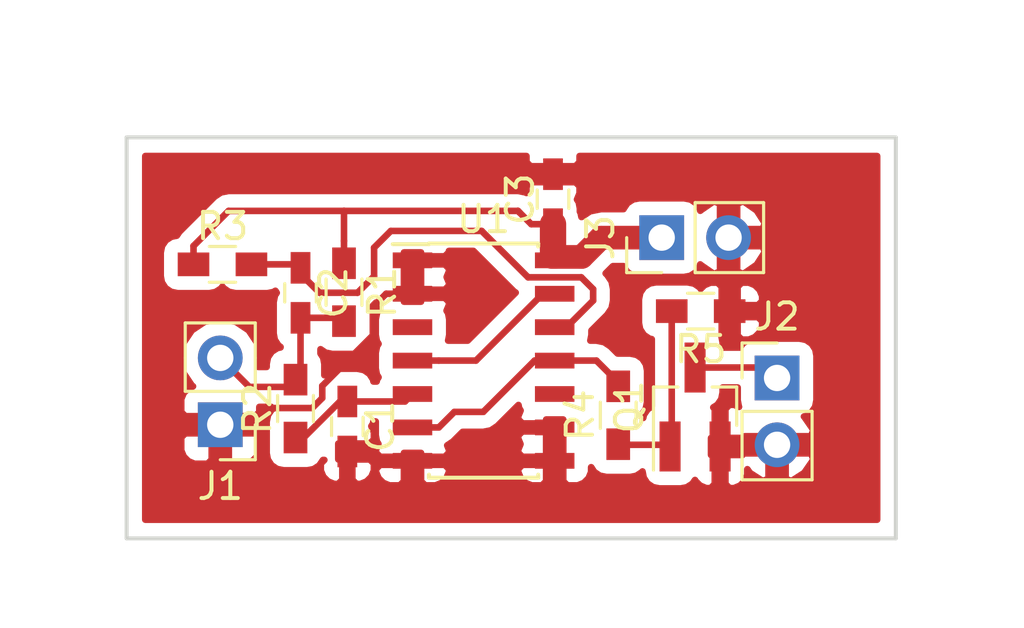
<source format=kicad_pcb>
(kicad_pcb (version 4) (host pcbnew 4.0.6)

  (general
    (links 28)
    (no_connects 2)
    (area 135.814999 96.444999 165.175001 111.835001)
    (thickness 1.6)
    (drawings 4)
    (tracks 68)
    (zones 0)
    (modules 13)
    (nets 10)
  )

  (page A4)
  (layers
    (0 F.Cu signal)
    (31 B.Cu signal)
    (32 B.Adhes user)
    (33 F.Adhes user)
    (34 B.Paste user)
    (35 F.Paste user)
    (36 B.SilkS user hide)
    (37 F.SilkS user hide)
    (38 B.Mask user)
    (39 F.Mask user)
    (40 Dwgs.User user)
    (41 Cmts.User user)
    (42 Eco1.User user)
    (43 Eco2.User user)
    (44 Edge.Cuts user)
    (45 Margin user)
    (46 B.CrtYd user)
    (47 F.CrtYd user)
    (48 B.Fab user hide)
    (49 F.Fab user)
  )

  (setup
    (last_trace_width 1)
    (user_trace_width 0.5)
    (user_trace_width 0.6)
    (user_trace_width 0.7)
    (user_trace_width 0.8)
    (user_trace_width 0.9)
    (user_trace_width 1)
    (trace_clearance 0.2)
    (zone_clearance 0.508)
    (zone_45_only no)
    (trace_min 0.2)
    (segment_width 0.2)
    (edge_width 0.15)
    (via_size 0.6)
    (via_drill 0.4)
    (via_min_size 0.4)
    (via_min_drill 0.3)
    (uvia_size 0.3)
    (uvia_drill 0.1)
    (uvias_allowed no)
    (uvia_min_size 0.2)
    (uvia_min_drill 0.1)
    (pcb_text_width 0.3)
    (pcb_text_size 1.5 1.5)
    (mod_edge_width 0.15)
    (mod_text_size 1 1)
    (mod_text_width 0.15)
    (pad_size 1.524 1.524)
    (pad_drill 0.762)
    (pad_to_mask_clearance 0.2)
    (aux_axis_origin 0 0)
    (visible_elements FFFCFF7F)
    (pcbplotparams
      (layerselection 0x00030_80000001)
      (usegerberextensions false)
      (excludeedgelayer true)
      (linewidth 0.100000)
      (plotframeref false)
      (viasonmask false)
      (mode 1)
      (useauxorigin false)
      (hpglpennumber 1)
      (hpglpenspeed 20)
      (hpglpendiameter 15)
      (hpglpenoverlay 2)
      (psnegative false)
      (psa4output false)
      (plotreference true)
      (plotvalue true)
      (plotinvisibletext false)
      (padsonsilk false)
      (subtractmaskfromsilk false)
      (outputformat 1)
      (mirror false)
      (drillshape 1)
      (scaleselection 1)
      (outputdirectory ""))
  )

  (net 0 "")
  (net 1 "Net-(C1-Pad1)")
  (net 2 GND)
  (net 3 "Net-(C2-Pad1)")
  (net 4 "Net-(C2-Pad2)")
  (net 5 "Net-(J2-Pad1)")
  (net 6 "Net-(Q1-Pad2)")
  (net 7 VCC)
  (net 8 "Net-(R4-Pad2)")
  (net 9 "Net-(U1-Pad13)")

  (net_class Default "This is the default net class."
    (clearance 0.2)
    (trace_width 0.25)
    (via_dia 0.6)
    (via_drill 0.4)
    (uvia_dia 0.3)
    (uvia_drill 0.1)
    (add_net GND)
    (add_net "Net-(C1-Pad1)")
    (add_net "Net-(C2-Pad1)")
    (add_net "Net-(C2-Pad2)")
    (add_net "Net-(J2-Pad1)")
    (add_net "Net-(Q1-Pad2)")
    (add_net "Net-(R4-Pad2)")
    (add_net "Net-(U1-Pad13)")
    (add_net VCC)
  )

  (module Capacitors_SMD:C_0603_HandSoldering (layer F.Cu) (tedit 58AA848B) (tstamp 59610682)
    (at 144.272 107.508 270)
    (descr "Capacitor SMD 0603, hand soldering")
    (tags "capacitor 0603")
    (path /596124A9)
    (attr smd)
    (fp_text reference C1 (at 0 -1.25 270) (layer F.SilkS)
      (effects (font (size 1 1) (thickness 0.15)))
    )
    (fp_text value C_Small (at 0 1.5 270) (layer F.Fab)
      (effects (font (size 1 1) (thickness 0.15)))
    )
    (fp_text user %R (at 0 0 270) (layer F.Fab)
      (effects (font (size 1 1) (thickness 0.15)))
    )
    (fp_line (start -0.8 0.4) (end -0.8 -0.4) (layer F.Fab) (width 0.1))
    (fp_line (start 0.8 0.4) (end -0.8 0.4) (layer F.Fab) (width 0.1))
    (fp_line (start 0.8 -0.4) (end 0.8 0.4) (layer F.Fab) (width 0.1))
    (fp_line (start -0.8 -0.4) (end 0.8 -0.4) (layer F.Fab) (width 0.1))
    (fp_line (start -0.35 -0.6) (end 0.35 -0.6) (layer F.SilkS) (width 0.12))
    (fp_line (start 0.35 0.6) (end -0.35 0.6) (layer F.SilkS) (width 0.12))
    (fp_line (start -1.8 -0.65) (end 1.8 -0.65) (layer F.CrtYd) (width 0.05))
    (fp_line (start -1.8 -0.65) (end -1.8 0.65) (layer F.CrtYd) (width 0.05))
    (fp_line (start 1.8 0.65) (end 1.8 -0.65) (layer F.CrtYd) (width 0.05))
    (fp_line (start 1.8 0.65) (end -1.8 0.65) (layer F.CrtYd) (width 0.05))
    (pad 1 smd rect (at -0.95 0 270) (size 1.2 0.75) (layers F.Cu F.Paste F.Mask)
      (net 1 "Net-(C1-Pad1)"))
    (pad 2 smd rect (at 0.95 0 270) (size 1.2 0.75) (layers F.Cu F.Paste F.Mask)
      (net 2 GND))
    (model Capacitors_SMD.3dshapes/C_0603.wrl
      (at (xyz 0 0 0))
      (scale (xyz 1 1 1))
      (rotate (xyz 0 0 0))
    )
  )

  (module Capacitors_SMD:C_0603_HandSoldering (layer F.Cu) (tedit 58AA848B) (tstamp 59610688)
    (at 142.494 102.428 270)
    (descr "Capacitor SMD 0603, hand soldering")
    (tags "capacitor 0603")
    (path /596127B0)
    (attr smd)
    (fp_text reference C2 (at 0 -1.25 270) (layer F.SilkS)
      (effects (font (size 1 1) (thickness 0.15)))
    )
    (fp_text value C_Small (at 0 1.5 270) (layer F.Fab)
      (effects (font (size 1 1) (thickness 0.15)))
    )
    (fp_text user %R (at 0 0.1905 270) (layer F.Fab)
      (effects (font (size 1 1) (thickness 0.15)))
    )
    (fp_line (start -0.8 0.4) (end -0.8 -0.4) (layer F.Fab) (width 0.1))
    (fp_line (start 0.8 0.4) (end -0.8 0.4) (layer F.Fab) (width 0.1))
    (fp_line (start 0.8 -0.4) (end 0.8 0.4) (layer F.Fab) (width 0.1))
    (fp_line (start -0.8 -0.4) (end 0.8 -0.4) (layer F.Fab) (width 0.1))
    (fp_line (start -0.35 -0.6) (end 0.35 -0.6) (layer F.SilkS) (width 0.12))
    (fp_line (start 0.35 0.6) (end -0.35 0.6) (layer F.SilkS) (width 0.12))
    (fp_line (start -1.8 -0.65) (end 1.8 -0.65) (layer F.CrtYd) (width 0.05))
    (fp_line (start -1.8 -0.65) (end -1.8 0.65) (layer F.CrtYd) (width 0.05))
    (fp_line (start 1.8 0.65) (end 1.8 -0.65) (layer F.CrtYd) (width 0.05))
    (fp_line (start 1.8 0.65) (end -1.8 0.65) (layer F.CrtYd) (width 0.05))
    (pad 1 smd rect (at -0.95 0 270) (size 1.2 0.75) (layers F.Cu F.Paste F.Mask)
      (net 3 "Net-(C2-Pad1)"))
    (pad 2 smd rect (at 0.95 0 270) (size 1.2 0.75) (layers F.Cu F.Paste F.Mask)
      (net 4 "Net-(C2-Pad2)"))
    (model Capacitors_SMD.3dshapes/C_0603.wrl
      (at (xyz 0 0 0))
      (scale (xyz 1 1 1))
      (rotate (xyz 0 0 0))
    )
  )

  (module Pin_Headers:Pin_Header_Straight_1x02_Pitch2.54mm (layer F.Cu) (tedit 58CD4EC1) (tstamp 5961068E)
    (at 139.446 107.442 180)
    (descr "Through hole straight pin header, 1x02, 2.54mm pitch, single row")
    (tags "Through hole pin header THT 1x02 2.54mm single row")
    (path /596125C3)
    (fp_text reference J1 (at 0 -2.33 180) (layer F.SilkS)
      (effects (font (size 1 1) (thickness 0.15)))
    )
    (fp_text value BUTTON (at 0 4.87 180) (layer F.Fab)
      (effects (font (size 1 1) (thickness 0.15)))
    )
    (fp_line (start -1.27 -1.27) (end -1.27 3.81) (layer F.Fab) (width 0.1))
    (fp_line (start -1.27 3.81) (end 1.27 3.81) (layer F.Fab) (width 0.1))
    (fp_line (start 1.27 3.81) (end 1.27 -1.27) (layer F.Fab) (width 0.1))
    (fp_line (start 1.27 -1.27) (end -1.27 -1.27) (layer F.Fab) (width 0.1))
    (fp_line (start -1.33 1.27) (end -1.33 3.87) (layer F.SilkS) (width 0.12))
    (fp_line (start -1.33 3.87) (end 1.33 3.87) (layer F.SilkS) (width 0.12))
    (fp_line (start 1.33 3.87) (end 1.33 1.27) (layer F.SilkS) (width 0.12))
    (fp_line (start 1.33 1.27) (end -1.33 1.27) (layer F.SilkS) (width 0.12))
    (fp_line (start -1.33 0) (end -1.33 -1.33) (layer F.SilkS) (width 0.12))
    (fp_line (start -1.33 -1.33) (end 0 -1.33) (layer F.SilkS) (width 0.12))
    (fp_line (start -1.8 -1.8) (end -1.8 4.35) (layer F.CrtYd) (width 0.05))
    (fp_line (start -1.8 4.35) (end 1.8 4.35) (layer F.CrtYd) (width 0.05))
    (fp_line (start 1.8 4.35) (end 1.8 -1.8) (layer F.CrtYd) (width 0.05))
    (fp_line (start 1.8 -1.8) (end -1.8 -1.8) (layer F.CrtYd) (width 0.05))
    (fp_text user %R (at 0 -2.33 180) (layer F.Fab)
      (effects (font (size 1 1) (thickness 0.15)))
    )
    (pad 1 thru_hole rect (at 0 0 180) (size 1.7 1.7) (drill 1) (layers *.Cu *.Mask)
      (net 2 GND))
    (pad 2 thru_hole oval (at 0 2.54 180) (size 1.7 1.7) (drill 1) (layers *.Cu *.Mask)
      (net 4 "Net-(C2-Pad2)"))
    (model ${KISYS3DMOD}/Pin_Headers.3dshapes/Pin_Header_Straight_1x02_Pitch2.54mm.wrl
      (at (xyz 0 -0.05 0))
      (scale (xyz 1 1 1))
      (rotate (xyz 0 0 90))
    )
  )

  (module Pin_Headers:Pin_Header_Straight_1x02_Pitch2.54mm (layer F.Cu) (tedit 58CD4EC1) (tstamp 59610694)
    (at 160.5915 105.664)
    (descr "Through hole straight pin header, 1x02, 2.54mm pitch, single row")
    (tags "Through hole pin header THT 1x02 2.54mm single row")
    (path /59613388)
    (fp_text reference J2 (at 0 -2.33) (layer F.SilkS)
      (effects (font (size 1 1) (thickness 0.15)))
    )
    (fp_text value CONN_01X02 (at 0 4.87) (layer F.Fab)
      (effects (font (size 1 1) (thickness 0.15)))
    )
    (fp_line (start -1.27 -1.27) (end -1.27 3.81) (layer F.Fab) (width 0.1))
    (fp_line (start -1.27 3.81) (end 1.27 3.81) (layer F.Fab) (width 0.1))
    (fp_line (start 1.27 3.81) (end 1.27 -1.27) (layer F.Fab) (width 0.1))
    (fp_line (start 1.27 -1.27) (end -1.27 -1.27) (layer F.Fab) (width 0.1))
    (fp_line (start -1.33 1.27) (end -1.33 3.87) (layer F.SilkS) (width 0.12))
    (fp_line (start -1.33 3.87) (end 1.33 3.87) (layer F.SilkS) (width 0.12))
    (fp_line (start 1.33 3.87) (end 1.33 1.27) (layer F.SilkS) (width 0.12))
    (fp_line (start 1.33 1.27) (end -1.33 1.27) (layer F.SilkS) (width 0.12))
    (fp_line (start -1.33 0) (end -1.33 -1.33) (layer F.SilkS) (width 0.12))
    (fp_line (start -1.33 -1.33) (end 0 -1.33) (layer F.SilkS) (width 0.12))
    (fp_line (start -1.8 -1.8) (end -1.8 4.35) (layer F.CrtYd) (width 0.05))
    (fp_line (start -1.8 4.35) (end 1.8 4.35) (layer F.CrtYd) (width 0.05))
    (fp_line (start 1.8 4.35) (end 1.8 -1.8) (layer F.CrtYd) (width 0.05))
    (fp_line (start 1.8 -1.8) (end -1.8 -1.8) (layer F.CrtYd) (width 0.05))
    (fp_text user %R (at 0 -2.33) (layer F.Fab)
      (effects (font (size 1 1) (thickness 0.15)))
    )
    (pad 1 thru_hole rect (at 0 0) (size 1.7 1.7) (drill 1) (layers *.Cu *.Mask)
      (net 5 "Net-(J2-Pad1)"))
    (pad 2 thru_hole oval (at 0 2.54) (size 1.7 1.7) (drill 1) (layers *.Cu *.Mask)
      (net 2 GND))
    (model ${KISYS3DMOD}/Pin_Headers.3dshapes/Pin_Header_Straight_1x02_Pitch2.54mm.wrl
      (at (xyz 0 -0.05 0))
      (scale (xyz 1 1 1))
      (rotate (xyz 0 0 90))
    )
  )

  (module simple_latch:SOT-23_BC847B_Handsoldering (layer F.Cu) (tedit 5880CE14) (tstamp 5961069B)
    (at 157.4775 106.7675 90)
    (descr "SOT-23, Handsoldering")
    (tags SOT-23)
    (path /59612CA2)
    (attr smd)
    (fp_text reference Q1 (at 0 -2.5 90) (layer F.SilkS)
      (effects (font (size 1 1) (thickness 0.15)))
    )
    (fp_text value BC547 (at 0 2.5 90) (layer F.Fab)
      (effects (font (size 1 1) (thickness 0.15)))
    )
    (fp_line (start 0.76 1.58) (end 0.76 0.65) (layer F.SilkS) (width 0.12))
    (fp_line (start 0.76 -1.58) (end 0.76 -0.65) (layer F.SilkS) (width 0.12))
    (fp_line (start 0.7 -1.52) (end 0.7 1.52) (layer F.Fab) (width 0.15))
    (fp_line (start -0.7 1.52) (end 0.7 1.52) (layer F.Fab) (width 0.15))
    (fp_line (start -2.7 -1.75) (end 2.7 -1.75) (layer F.CrtYd) (width 0.05))
    (fp_line (start 2.7 -1.75) (end 2.7 1.75) (layer F.CrtYd) (width 0.05))
    (fp_line (start 2.7 1.75) (end -2.7 1.75) (layer F.CrtYd) (width 0.05))
    (fp_line (start -2.7 1.75) (end -2.7 -1.75) (layer F.CrtYd) (width 0.05))
    (fp_line (start 0.76 -1.58) (end -2.4 -1.58) (layer F.SilkS) (width 0.12))
    (fp_line (start -0.7 -1.52) (end 0.7 -1.52) (layer F.Fab) (width 0.15))
    (fp_line (start -0.7 -1.52) (end -0.7 1.52) (layer F.Fab) (width 0.15))
    (fp_line (start 0.76 1.58) (end -0.7 1.58) (layer F.SilkS) (width 0.12))
    (pad 2 smd rect (at -1.5 -0.95 90) (size 1.9 0.8) (layers F.Cu F.Paste F.Mask)
      (net 6 "Net-(Q1-Pad2)"))
    (pad 3 smd rect (at -1.5 0.95 90) (size 1.9 0.8) (layers F.Cu F.Paste F.Mask)
      (net 2 GND))
    (pad 1 smd rect (at 1.5 0 90) (size 1.9 0.8) (layers F.Cu F.Paste F.Mask)
      (net 5 "Net-(J2-Pad1)"))
    (model TO_SOT_Packages_SMD.3dshapes/SOT-23.wrl
      (at (xyz 0 0 0))
      (scale (xyz 1 1 1))
      (rotate (xyz 0 0 90))
    )
  )

  (module Resistors_SMD:R_0603_HandSoldering (layer F.Cu) (tedit 58E0A804) (tstamp 596106A1)
    (at 144.145 102.405 270)
    (descr "Resistor SMD 0603, hand soldering")
    (tags "resistor 0603")
    (path /59612096)
    (attr smd)
    (fp_text reference R1 (at 0 -1.45 270) (layer F.SilkS)
      (effects (font (size 1 1) (thickness 0.15)))
    )
    (fp_text value 100K (at 0 1.55 270) (layer F.Fab)
      (effects (font (size 1 1) (thickness 0.15)))
    )
    (fp_text user %R (at 0 0 270) (layer F.Fab)
      (effects (font (size 0.5 0.5) (thickness 0.075)))
    )
    (fp_line (start -0.8 0.4) (end -0.8 -0.4) (layer F.Fab) (width 0.1))
    (fp_line (start 0.8 0.4) (end -0.8 0.4) (layer F.Fab) (width 0.1))
    (fp_line (start 0.8 -0.4) (end 0.8 0.4) (layer F.Fab) (width 0.1))
    (fp_line (start -0.8 -0.4) (end 0.8 -0.4) (layer F.Fab) (width 0.1))
    (fp_line (start 0.5 0.68) (end -0.5 0.68) (layer F.SilkS) (width 0.12))
    (fp_line (start -0.5 -0.68) (end 0.5 -0.68) (layer F.SilkS) (width 0.12))
    (fp_line (start -1.96 -0.7) (end 1.95 -0.7) (layer F.CrtYd) (width 0.05))
    (fp_line (start -1.96 -0.7) (end -1.96 0.7) (layer F.CrtYd) (width 0.05))
    (fp_line (start 1.95 0.7) (end 1.95 -0.7) (layer F.CrtYd) (width 0.05))
    (fp_line (start 1.95 0.7) (end -1.96 0.7) (layer F.CrtYd) (width 0.05))
    (pad 1 smd rect (at -1.1 0 270) (size 1.2 0.9) (layers F.Cu F.Paste F.Mask)
      (net 7 VCC))
    (pad 2 smd rect (at 1.1 0 270) (size 1.2 0.9) (layers F.Cu F.Paste F.Mask)
      (net 4 "Net-(C2-Pad2)"))
    (model ${KISYS3DMOD}/Resistors_SMD.3dshapes/R_0603.wrl
      (at (xyz 0 0 0))
      (scale (xyz 1 1 1))
      (rotate (xyz 0 0 0))
    )
  )

  (module Resistors_SMD:R_0603_HandSoldering (layer F.Cu) (tedit 58E0A804) (tstamp 596106A7)
    (at 142.3035 106.8275 90)
    (descr "Resistor SMD 0603, hand soldering")
    (tags "resistor 0603")
    (path /5961212D)
    (attr smd)
    (fp_text reference R2 (at 0 -1.45 90) (layer F.SilkS)
      (effects (font (size 1 1) (thickness 0.15)))
    )
    (fp_text value 5M (at 0 1.55 90) (layer F.Fab)
      (effects (font (size 1 1) (thickness 0.15)))
    )
    (fp_text user %R (at 0 0 90) (layer F.Fab)
      (effects (font (size 0.5 0.5) (thickness 0.075)))
    )
    (fp_line (start -0.8 0.4) (end -0.8 -0.4) (layer F.Fab) (width 0.1))
    (fp_line (start 0.8 0.4) (end -0.8 0.4) (layer F.Fab) (width 0.1))
    (fp_line (start 0.8 -0.4) (end 0.8 0.4) (layer F.Fab) (width 0.1))
    (fp_line (start -0.8 -0.4) (end 0.8 -0.4) (layer F.Fab) (width 0.1))
    (fp_line (start 0.5 0.68) (end -0.5 0.68) (layer F.SilkS) (width 0.12))
    (fp_line (start -0.5 -0.68) (end 0.5 -0.68) (layer F.SilkS) (width 0.12))
    (fp_line (start -1.96 -0.7) (end 1.95 -0.7) (layer F.CrtYd) (width 0.05))
    (fp_line (start -1.96 -0.7) (end -1.96 0.7) (layer F.CrtYd) (width 0.05))
    (fp_line (start 1.95 0.7) (end 1.95 -0.7) (layer F.CrtYd) (width 0.05))
    (fp_line (start 1.95 0.7) (end -1.96 0.7) (layer F.CrtYd) (width 0.05))
    (pad 1 smd rect (at -1.1 0 90) (size 1.2 0.9) (layers F.Cu F.Paste F.Mask)
      (net 1 "Net-(C1-Pad1)"))
    (pad 2 smd rect (at 1.1 0 90) (size 1.2 0.9) (layers F.Cu F.Paste F.Mask)
      (net 4 "Net-(C2-Pad2)"))
    (model ${KISYS3DMOD}/Resistors_SMD.3dshapes/R_0603.wrl
      (at (xyz 0 0 0))
      (scale (xyz 1 1 1))
      (rotate (xyz 0 0 0))
    )
  )

  (module Resistors_SMD:R_0603_HandSoldering (layer F.Cu) (tedit 58E0A804) (tstamp 596106AD)
    (at 139.53 101.346)
    (descr "Resistor SMD 0603, hand soldering")
    (tags "resistor 0603")
    (path /596120D7)
    (attr smd)
    (fp_text reference R3 (at 0 -1.45) (layer F.SilkS)
      (effects (font (size 1 1) (thickness 0.15)))
    )
    (fp_text value 100K (at 0 1.55) (layer F.Fab)
      (effects (font (size 1 1) (thickness 0.15)))
    )
    (fp_text user %R (at 0 0) (layer F.Fab)
      (effects (font (size 0.5 0.5) (thickness 0.075)))
    )
    (fp_line (start -0.8 0.4) (end -0.8 -0.4) (layer F.Fab) (width 0.1))
    (fp_line (start 0.8 0.4) (end -0.8 0.4) (layer F.Fab) (width 0.1))
    (fp_line (start 0.8 -0.4) (end 0.8 0.4) (layer F.Fab) (width 0.1))
    (fp_line (start -0.8 -0.4) (end 0.8 -0.4) (layer F.Fab) (width 0.1))
    (fp_line (start 0.5 0.68) (end -0.5 0.68) (layer F.SilkS) (width 0.12))
    (fp_line (start -0.5 -0.68) (end 0.5 -0.68) (layer F.SilkS) (width 0.12))
    (fp_line (start -1.96 -0.7) (end 1.95 -0.7) (layer F.CrtYd) (width 0.05))
    (fp_line (start -1.96 -0.7) (end -1.96 0.7) (layer F.CrtYd) (width 0.05))
    (fp_line (start 1.95 0.7) (end 1.95 -0.7) (layer F.CrtYd) (width 0.05))
    (fp_line (start 1.95 0.7) (end -1.96 0.7) (layer F.CrtYd) (width 0.05))
    (pad 1 smd rect (at -1.1 0) (size 1.2 0.9) (layers F.Cu F.Paste F.Mask)
      (net 7 VCC))
    (pad 2 smd rect (at 1.1 0) (size 1.2 0.9) (layers F.Cu F.Paste F.Mask)
      (net 3 "Net-(C2-Pad1)"))
    (model ${KISYS3DMOD}/Resistors_SMD.3dshapes/R_0603.wrl
      (at (xyz 0 0 0))
      (scale (xyz 1 1 1))
      (rotate (xyz 0 0 0))
    )
  )

  (module Resistors_SMD:R_0603_HandSoldering (layer F.Cu) (tedit 58E0A804) (tstamp 596106B3)
    (at 154.559 107.0815 90)
    (descr "Resistor SMD 0603, hand soldering")
    (tags "resistor 0603")
    (path /59613559)
    (attr smd)
    (fp_text reference R4 (at 0 -1.45 90) (layer F.SilkS)
      (effects (font (size 1 1) (thickness 0.15)))
    )
    (fp_text value R_Small (at 0 1.55 90) (layer F.Fab)
      (effects (font (size 1 1) (thickness 0.15)))
    )
    (fp_text user %R (at 0 0 90) (layer F.Fab)
      (effects (font (size 0.5 0.5) (thickness 0.075)))
    )
    (fp_line (start -0.8 0.4) (end -0.8 -0.4) (layer F.Fab) (width 0.1))
    (fp_line (start 0.8 0.4) (end -0.8 0.4) (layer F.Fab) (width 0.1))
    (fp_line (start 0.8 -0.4) (end 0.8 0.4) (layer F.Fab) (width 0.1))
    (fp_line (start -0.8 -0.4) (end 0.8 -0.4) (layer F.Fab) (width 0.1))
    (fp_line (start 0.5 0.68) (end -0.5 0.68) (layer F.SilkS) (width 0.12))
    (fp_line (start -0.5 -0.68) (end 0.5 -0.68) (layer F.SilkS) (width 0.12))
    (fp_line (start -1.96 -0.7) (end 1.95 -0.7) (layer F.CrtYd) (width 0.05))
    (fp_line (start -1.96 -0.7) (end -1.96 0.7) (layer F.CrtYd) (width 0.05))
    (fp_line (start 1.95 0.7) (end 1.95 -0.7) (layer F.CrtYd) (width 0.05))
    (fp_line (start 1.95 0.7) (end -1.96 0.7) (layer F.CrtYd) (width 0.05))
    (pad 1 smd rect (at -1.1 0 90) (size 1.2 0.9) (layers F.Cu F.Paste F.Mask)
      (net 6 "Net-(Q1-Pad2)"))
    (pad 2 smd rect (at 1.1 0 90) (size 1.2 0.9) (layers F.Cu F.Paste F.Mask)
      (net 8 "Net-(R4-Pad2)"))
    (model ${KISYS3DMOD}/Resistors_SMD.3dshapes/R_0603.wrl
      (at (xyz 0 0 0))
      (scale (xyz 1 1 1))
      (rotate (xyz 0 0 0))
    )
  )

  (module Resistors_SMD:R_0603_HandSoldering (layer F.Cu) (tedit 58E0A804) (tstamp 596106B9)
    (at 157.691 103.124 180)
    (descr "Resistor SMD 0603, hand soldering")
    (tags "resistor 0603")
    (path /59613612)
    (attr smd)
    (fp_text reference R5 (at 0 -1.45 180) (layer F.SilkS)
      (effects (font (size 1 1) (thickness 0.15)))
    )
    (fp_text value R_Small (at 0 1.55 180) (layer F.Fab)
      (effects (font (size 1 1) (thickness 0.15)))
    )
    (fp_text user %R (at 0 0 180) (layer F.Fab)
      (effects (font (size 0.5 0.5) (thickness 0.075)))
    )
    (fp_line (start -0.8 0.4) (end -0.8 -0.4) (layer F.Fab) (width 0.1))
    (fp_line (start 0.8 0.4) (end -0.8 0.4) (layer F.Fab) (width 0.1))
    (fp_line (start 0.8 -0.4) (end 0.8 0.4) (layer F.Fab) (width 0.1))
    (fp_line (start -0.8 -0.4) (end 0.8 -0.4) (layer F.Fab) (width 0.1))
    (fp_line (start 0.5 0.68) (end -0.5 0.68) (layer F.SilkS) (width 0.12))
    (fp_line (start -0.5 -0.68) (end 0.5 -0.68) (layer F.SilkS) (width 0.12))
    (fp_line (start -1.96 -0.7) (end 1.95 -0.7) (layer F.CrtYd) (width 0.05))
    (fp_line (start -1.96 -0.7) (end -1.96 0.7) (layer F.CrtYd) (width 0.05))
    (fp_line (start 1.95 0.7) (end 1.95 -0.7) (layer F.CrtYd) (width 0.05))
    (fp_line (start 1.95 0.7) (end -1.96 0.7) (layer F.CrtYd) (width 0.05))
    (pad 1 smd rect (at -1.1 0 180) (size 1.2 0.9) (layers F.Cu F.Paste F.Mask)
      (net 2 GND))
    (pad 2 smd rect (at 1.1 0 180) (size 1.2 0.9) (layers F.Cu F.Paste F.Mask)
      (net 6 "Net-(Q1-Pad2)"))
    (model ${KISYS3DMOD}/Resistors_SMD.3dshapes/R_0603.wrl
      (at (xyz 0 0 0))
      (scale (xyz 1 1 1))
      (rotate (xyz 0 0 0))
    )
  )

  (module Housings_SOIC:SOIC-14_3.9x8.7mm_Pitch1.27mm (layer F.Cu) (tedit 58CC8F64) (tstamp 596106CB)
    (at 149.446 105.0036)
    (descr "14-Lead Plastic Small Outline (SL) - Narrow, 3.90 mm Body [SOIC] (see Microchip Packaging Specification 00000049BS.pdf)")
    (tags "SOIC 1.27")
    (path /59613E36)
    (attr smd)
    (fp_text reference U1 (at 0 -5.375) (layer F.SilkS)
      (effects (font (size 1 1) (thickness 0.15)))
    )
    (fp_text value 4011 (at 0 5.375) (layer F.Fab)
      (effects (font (size 1 1) (thickness 0.15)))
    )
    (fp_text user %R (at 0 0) (layer F.Fab)
      (effects (font (size 0.9 0.9) (thickness 0.135)))
    )
    (fp_line (start -0.95 -4.35) (end 1.95 -4.35) (layer F.Fab) (width 0.15))
    (fp_line (start 1.95 -4.35) (end 1.95 4.35) (layer F.Fab) (width 0.15))
    (fp_line (start 1.95 4.35) (end -1.95 4.35) (layer F.Fab) (width 0.15))
    (fp_line (start -1.95 4.35) (end -1.95 -3.35) (layer F.Fab) (width 0.15))
    (fp_line (start -1.95 -3.35) (end -0.95 -4.35) (layer F.Fab) (width 0.15))
    (fp_line (start -3.7 -4.65) (end -3.7 4.65) (layer F.CrtYd) (width 0.05))
    (fp_line (start 3.7 -4.65) (end 3.7 4.65) (layer F.CrtYd) (width 0.05))
    (fp_line (start -3.7 -4.65) (end 3.7 -4.65) (layer F.CrtYd) (width 0.05))
    (fp_line (start -3.7 4.65) (end 3.7 4.65) (layer F.CrtYd) (width 0.05))
    (fp_line (start -2.075 -4.45) (end -2.075 -4.425) (layer F.SilkS) (width 0.15))
    (fp_line (start 2.075 -4.45) (end 2.075 -4.335) (layer F.SilkS) (width 0.15))
    (fp_line (start 2.075 4.45) (end 2.075 4.335) (layer F.SilkS) (width 0.15))
    (fp_line (start -2.075 4.45) (end -2.075 4.335) (layer F.SilkS) (width 0.15))
    (fp_line (start -2.075 -4.45) (end 2.075 -4.45) (layer F.SilkS) (width 0.15))
    (fp_line (start -2.075 4.45) (end 2.075 4.45) (layer F.SilkS) (width 0.15))
    (fp_line (start -2.075 -4.425) (end -3.45 -4.425) (layer F.SilkS) (width 0.15))
    (pad 1 smd rect (at -2.7 -3.81) (size 1.5 0.6) (layers F.Cu F.Paste F.Mask)
      (net 2 GND))
    (pad 2 smd rect (at -2.7 -2.54) (size 1.5 0.6) (layers F.Cu F.Paste F.Mask)
      (net 2 GND))
    (pad 3 smd rect (at -2.7 -1.27) (size 1.5 0.6) (layers F.Cu F.Paste F.Mask))
    (pad 4 smd rect (at -2.7 0) (size 1.5 0.6) (layers F.Cu F.Paste F.Mask)
      (net 9 "Net-(U1-Pad13)"))
    (pad 5 smd rect (at -2.7 1.27) (size 1.5 0.6) (layers F.Cu F.Paste F.Mask)
      (net 1 "Net-(C1-Pad1)"))
    (pad 6 smd rect (at -2.7 2.54) (size 1.5 0.6) (layers F.Cu F.Paste F.Mask)
      (net 8 "Net-(R4-Pad2)"))
    (pad 7 smd rect (at -2.7 3.81) (size 1.5 0.6) (layers F.Cu F.Paste F.Mask)
      (net 2 GND))
    (pad 8 smd rect (at 2.7 3.81) (size 1.5 0.6) (layers F.Cu F.Paste F.Mask)
      (net 2 GND))
    (pad 9 smd rect (at 2.7 2.54) (size 1.5 0.6) (layers F.Cu F.Paste F.Mask)
      (net 2 GND))
    (pad 10 smd rect (at 2.7 1.27) (size 1.5 0.6) (layers F.Cu F.Paste F.Mask))
    (pad 11 smd rect (at 2.7 0) (size 1.5 0.6) (layers F.Cu F.Paste F.Mask)
      (net 8 "Net-(R4-Pad2)"))
    (pad 12 smd rect (at 2.7 -1.27) (size 1.5 0.6) (layers F.Cu F.Paste F.Mask)
      (net 3 "Net-(C2-Pad1)"))
    (pad 13 smd rect (at 2.7 -2.54) (size 1.5 0.6) (layers F.Cu F.Paste F.Mask)
      (net 9 "Net-(U1-Pad13)"))
    (pad 14 smd rect (at 2.7 -3.81) (size 1.5 0.6) (layers F.Cu F.Paste F.Mask)
      (net 7 VCC))
    (model Housings_SOIC.3dshapes/SOIC-14_3.9x8.7mm_Pitch1.27mm.wrl
      (at (xyz 0 0 0))
      (scale (xyz 1 1 1))
      (rotate (xyz 0 0 0))
    )
  )

  (module Capacitors_SMD:C_0603_HandSoldering (layer F.Cu) (tedit 58AA848B) (tstamp 59610885)
    (at 152.0825 98.8695 90)
    (descr "Capacitor SMD 0603, hand soldering")
    (tags "capacitor 0603")
    (path /596140B9)
    (attr smd)
    (fp_text reference C3 (at 0 -1.25 90) (layer F.SilkS)
      (effects (font (size 1 1) (thickness 0.15)))
    )
    (fp_text value C_Small (at 0 1.5 90) (layer F.Fab)
      (effects (font (size 1 1) (thickness 0.15)))
    )
    (fp_text user %R (at 0 -1.25 90) (layer F.Fab)
      (effects (font (size 1 1) (thickness 0.15)))
    )
    (fp_line (start -0.8 0.4) (end -0.8 -0.4) (layer F.Fab) (width 0.1))
    (fp_line (start 0.8 0.4) (end -0.8 0.4) (layer F.Fab) (width 0.1))
    (fp_line (start 0.8 -0.4) (end 0.8 0.4) (layer F.Fab) (width 0.1))
    (fp_line (start -0.8 -0.4) (end 0.8 -0.4) (layer F.Fab) (width 0.1))
    (fp_line (start -0.35 -0.6) (end 0.35 -0.6) (layer F.SilkS) (width 0.12))
    (fp_line (start 0.35 0.6) (end -0.35 0.6) (layer F.SilkS) (width 0.12))
    (fp_line (start -1.8 -0.65) (end 1.8 -0.65) (layer F.CrtYd) (width 0.05))
    (fp_line (start -1.8 -0.65) (end -1.8 0.65) (layer F.CrtYd) (width 0.05))
    (fp_line (start 1.8 0.65) (end 1.8 -0.65) (layer F.CrtYd) (width 0.05))
    (fp_line (start 1.8 0.65) (end -1.8 0.65) (layer F.CrtYd) (width 0.05))
    (pad 1 smd rect (at -0.95 0 90) (size 1.2 0.75) (layers F.Cu F.Paste F.Mask)
      (net 7 VCC))
    (pad 2 smd rect (at 0.95 0 90) (size 1.2 0.75) (layers F.Cu F.Paste F.Mask)
      (net 2 GND))
    (model Capacitors_SMD.3dshapes/C_0603.wrl
      (at (xyz 0 0 0))
      (scale (xyz 1 1 1))
      (rotate (xyz 0 0 0))
    )
  )

  (module Pin_Headers:Pin_Header_Straight_1x02_Pitch2.54mm (layer F.Cu) (tedit 58CD4EC1) (tstamp 59610A5F)
    (at 156.21 100.33 90)
    (descr "Through hole straight pin header, 1x02, 2.54mm pitch, single row")
    (tags "Through hole pin header THT 1x02 2.54mm single row")
    (path /5961436B)
    (fp_text reference J3 (at 0 -2.33 90) (layer F.SilkS)
      (effects (font (size 1 1) (thickness 0.15)))
    )
    (fp_text value CONN_01X02 (at 0 4.87 90) (layer F.Fab)
      (effects (font (size 1 1) (thickness 0.15)))
    )
    (fp_line (start -1.27 -1.27) (end -1.27 3.81) (layer F.Fab) (width 0.1))
    (fp_line (start -1.27 3.81) (end 1.27 3.81) (layer F.Fab) (width 0.1))
    (fp_line (start 1.27 3.81) (end 1.27 -1.27) (layer F.Fab) (width 0.1))
    (fp_line (start 1.27 -1.27) (end -1.27 -1.27) (layer F.Fab) (width 0.1))
    (fp_line (start -1.33 1.27) (end -1.33 3.87) (layer F.SilkS) (width 0.12))
    (fp_line (start -1.33 3.87) (end 1.33 3.87) (layer F.SilkS) (width 0.12))
    (fp_line (start 1.33 3.87) (end 1.33 1.27) (layer F.SilkS) (width 0.12))
    (fp_line (start 1.33 1.27) (end -1.33 1.27) (layer F.SilkS) (width 0.12))
    (fp_line (start -1.33 0) (end -1.33 -1.33) (layer F.SilkS) (width 0.12))
    (fp_line (start -1.33 -1.33) (end 0 -1.33) (layer F.SilkS) (width 0.12))
    (fp_line (start -1.8 -1.8) (end -1.8 4.35) (layer F.CrtYd) (width 0.05))
    (fp_line (start -1.8 4.35) (end 1.8 4.35) (layer F.CrtYd) (width 0.05))
    (fp_line (start 1.8 4.35) (end 1.8 -1.8) (layer F.CrtYd) (width 0.05))
    (fp_line (start 1.8 -1.8) (end -1.8 -1.8) (layer F.CrtYd) (width 0.05))
    (fp_text user %R (at 0 -2.33 90) (layer F.Fab)
      (effects (font (size 1 1) (thickness 0.15)))
    )
    (pad 1 thru_hole rect (at 0 0 90) (size 1.7 1.7) (drill 1) (layers *.Cu *.Mask)
      (net 7 VCC))
    (pad 2 thru_hole oval (at 0 2.54 90) (size 1.7 1.7) (drill 1) (layers *.Cu *.Mask)
      (net 2 GND))
    (model ${KISYS3DMOD}/Pin_Headers.3dshapes/Pin_Header_Straight_1x02_Pitch2.54mm.wrl
      (at (xyz 0 -0.05 0))
      (scale (xyz 1 1 1))
      (rotate (xyz 0 0 90))
    )
  )

  (gr_line (start 135.89 111.76) (end 135.89 96.52) (layer Edge.Cuts) (width 0.15))
  (gr_line (start 165.1 111.76) (end 135.89 111.76) (layer Edge.Cuts) (width 0.15))
  (gr_line (start 165.1 96.52) (end 165.1 111.76) (layer Edge.Cuts) (width 0.15))
  (gr_line (start 135.89 96.52) (end 165.1 96.52) (layer Edge.Cuts) (width 0.15))

  (segment (start 144.272 106.558) (end 146.4616 106.558) (width 0.25) (layer F.Cu) (net 1))
  (segment (start 146.4616 106.558) (end 146.746 106.2736) (width 0.25) (layer F.Cu) (net 1))
  (segment (start 142.494 108.204) (end 142.494 108.054) (width 0.25) (layer F.Cu) (net 1))
  (segment (start 142.494 108.054) (end 143.99 106.558) (width 0.25) (layer F.Cu) (net 1))
  (segment (start 143.99 106.558) (end 144.272 106.558) (width 0.25) (layer F.Cu) (net 1))
  (segment (start 139.446 107.442) (end 140.546 107.442) (width 0.25) (layer F.Cu) (net 2))
  (segment (start 145.288 103.997002) (end 145.288 102.9216) (width 0.25) (layer F.Cu) (net 2))
  (segment (start 145.288 102.9216) (end 145.746 102.4636) (width 0.25) (layer F.Cu) (net 2))
  (segment (start 140.546 107.442) (end 141.181 106.807) (width 0.25) (layer F.Cu) (net 2))
  (segment (start 141.181 106.807) (end 142.9385 106.807) (width 0.25) (layer F.Cu) (net 2))
  (segment (start 142.9385 106.807) (end 143.3195 106.426) (width 0.25) (layer F.Cu) (net 2))
  (segment (start 145.746 102.4636) (end 146.746 102.4636) (width 0.25) (layer F.Cu) (net 2))
  (segment (start 143.3195 106.426) (end 143.3195 105.965502) (width 0.25) (layer F.Cu) (net 2))
  (segment (start 143.3195 105.965502) (end 145.288 103.997002) (width 0.25) (layer F.Cu) (net 2))
  (segment (start 146.746 102.4636) (end 146.746 101.1936) (width 0.25) (layer F.Cu) (net 2))
  (segment (start 145.923 100.076) (end 149.3734 100.076) (width 0.25) (layer F.Cu) (net 3))
  (segment (start 149.3734 100.076) (end 151.135999 101.838599) (width 0.25) (layer F.Cu) (net 3))
  (segment (start 145.288 100.711) (end 145.923 100.076) (width 0.25) (layer F.Cu) (net 3))
  (segment (start 145.288 101.797002) (end 145.288 100.711) (width 0.25) (layer F.Cu) (net 3))
  (segment (start 143.2165 102.4255) (end 144.659502 102.4255) (width 0.25) (layer F.Cu) (net 3))
  (segment (start 144.659502 102.4255) (end 145.288 101.797002) (width 0.25) (layer F.Cu) (net 3))
  (segment (start 153.6065 102.289098) (end 153.6065 102.7231) (width 0.25) (layer F.Cu) (net 3))
  (segment (start 153.6065 102.7231) (end 152.596 103.7336) (width 0.25) (layer F.Cu) (net 3))
  (segment (start 152.596 103.7336) (end 152.146 103.7336) (width 0.25) (layer F.Cu) (net 3))
  (segment (start 151.135999 101.838599) (end 153.156001 101.838599) (width 0.25) (layer F.Cu) (net 3))
  (segment (start 153.156001 101.838599) (end 153.6065 102.289098) (width 0.25) (layer F.Cu) (net 3))
  (segment (start 142.494 101.478) (end 142.494 101.703) (width 0.25) (layer F.Cu) (net 3))
  (segment (start 142.494 101.703) (end 143.2165 102.4255) (width 0.25) (layer F.Cu) (net 3))
  (segment (start 140.63 101.346) (end 142.362 101.346) (width 0.25) (layer F.Cu) (net 3))
  (segment (start 142.362 101.346) (end 142.494 101.478) (width 0.25) (layer F.Cu) (net 3))
  (segment (start 142.494 103.378) (end 144.018 103.378) (width 0.25) (layer F.Cu) (net 4))
  (segment (start 144.018 103.378) (end 144.145 103.505) (width 0.25) (layer F.Cu) (net 4))
  (segment (start 142.494 106.004) (end 142.494 103.378) (width 0.25) (layer F.Cu) (net 4))
  (segment (start 139.446 104.902) (end 140.548 106.004) (width 0.25) (layer F.Cu) (net 4))
  (segment (start 140.548 106.004) (end 142.494 106.004) (width 0.25) (layer F.Cu) (net 4))
  (segment (start 157.4775 105.2675) (end 160.2585 105.2675) (width 0.25) (layer F.Cu) (net 5))
  (segment (start 160.2585 105.2675) (end 160.5915 105.6005) (width 0.25) (layer F.Cu) (net 5))
  (segment (start 156.591 103.124) (end 156.591 108.204) (width 0.25) (layer F.Cu) (net 6))
  (segment (start 156.591 108.204) (end 156.5275 108.2675) (width 0.25) (layer F.Cu) (net 6))
  (segment (start 154.686 108.204) (end 156.464 108.204) (width 0.25) (layer F.Cu) (net 6))
  (segment (start 156.464 108.204) (end 156.5275 108.2675) (width 0.25) (layer F.Cu) (net 6))
  (segment (start 152.0825 99.8195) (end 152.0825 100.997078) (width 1) (layer F.Cu) (net 7))
  (segment (start 152.0825 100.997078) (end 152.099011 101.013589) (width 1) (layer F.Cu) (net 7))
  (segment (start 152.099011 101.013589) (end 152.146 101.013589) (width 1) (layer F.Cu) (net 7))
  (segment (start 150.7515 99.314) (end 151.257 99.8195) (width 0.25) (layer F.Cu) (net 7))
  (segment (start 151.257 99.8195) (end 152.0825 99.8195) (width 0.25) (layer F.Cu) (net 7))
  (segment (start 144.145 99.314) (end 150.7515 99.314) (width 0.25) (layer F.Cu) (net 7))
  (segment (start 150.7515 99.314) (end 150.815 99.3775) (width 0.25) (layer F.Cu) (net 7))
  (segment (start 138.43 101.346) (end 138.43 100.646) (width 0.25) (layer F.Cu) (net 7))
  (segment (start 153.907502 100.33) (end 156.21 100.33) (width 0.9) (layer F.Cu) (net 7))
  (segment (start 152.015989 101.063589) (end 153.173913 101.063589) (width 0.9) (layer F.Cu) (net 7))
  (segment (start 153.173913 101.063589) (end 153.907502 100.33) (width 0.9) (layer F.Cu) (net 7))
  (segment (start 139.762 99.314) (end 144.145 99.314) (width 0.25) (layer F.Cu) (net 7))
  (segment (start 144.145 101.305) (end 144.145 100.455) (width 0.25) (layer F.Cu) (net 7))
  (segment (start 144.145 100.455) (end 144.145 99.314) (width 0.25) (layer F.Cu) (net 7))
  (segment (start 138.43 100.646) (end 139.762 99.314) (width 0.25) (layer F.Cu) (net 7))
  (segment (start 152.146 105.0036) (end 153.7311 105.0036) (width 0.25) (layer F.Cu) (net 8))
  (segment (start 153.7311 105.0036) (end 154.559 105.8315) (width 0.25) (layer F.Cu) (net 8))
  (segment (start 154.559 105.8315) (end 154.559 105.9815) (width 0.25) (layer F.Cu) (net 8))
  (segment (start 147.746 107.5436) (end 148.336 106.9536) (width 0.25) (layer F.Cu) (net 8))
  (segment (start 149.434 106.9536) (end 151.384 105.0036) (width 0.25) (layer F.Cu) (net 8))
  (segment (start 151.384 105.0036) (end 152.146 105.0036) (width 0.25) (layer F.Cu) (net 8))
  (segment (start 148.336 106.9536) (end 149.434 106.9536) (width 0.25) (layer F.Cu) (net 8))
  (segment (start 146.746 107.5436) (end 147.746 107.5436) (width 0.25) (layer F.Cu) (net 8))
  (segment (start 152.146 102.4636) (end 151.696 102.4636) (width 0.25) (layer F.Cu) (net 9))
  (segment (start 151.696 102.4636) (end 149.156 105.0036) (width 0.25) (layer F.Cu) (net 9))
  (segment (start 149.156 105.0036) (end 147.746 105.0036) (width 0.25) (layer F.Cu) (net 9))
  (segment (start 147.746 105.0036) (end 146.746 105.0036) (width 0.25) (layer F.Cu) (net 9))

  (zone (net 2) (net_name GND) (layer F.Cu) (tstamp 0) (hatch edge 0.508)
    (connect_pads (clearance 0.508))
    (min_thickness 0.254)
    (fill yes (arc_segments 16) (thermal_gap 0.508) (thermal_bridge_width 0.9))
    (polygon
      (pts
        (xy 131.081183 92.797433) (xy 169.968583 91.298833) (xy 169.689183 115.073233) (xy 131.741583 115.174833)
      )
    )
    (filled_polygon
      (pts
        (xy 151.0725 97.46075) (xy 151.23125 97.6195) (xy 151.895 97.6195) (xy 151.895 97.5765) (xy 152.27 97.5765)
        (xy 152.27 97.6195) (xy 152.93375 97.6195) (xy 153.0925 97.46075) (xy 153.0925 97.23) (xy 164.39 97.23)
        (xy 164.39 111.05) (xy 136.6 111.05) (xy 136.6 107.92375) (xy 137.961 107.92375) (xy 137.961 108.41831)
        (xy 138.057673 108.651699) (xy 138.236302 108.830327) (xy 138.469691 108.927) (xy 138.96425 108.927) (xy 139.123 108.76825)
        (xy 139.123 107.765) (xy 139.769 107.765) (xy 139.769 108.76825) (xy 139.92775 108.927) (xy 140.422309 108.927)
        (xy 140.655698 108.830327) (xy 140.834327 108.651699) (xy 140.931 108.41831) (xy 140.931 107.92375) (xy 140.77225 107.765)
        (xy 139.769 107.765) (xy 139.123 107.765) (xy 138.11975 107.765) (xy 137.961 107.92375) (xy 136.6 107.92375)
        (xy 136.6 100.896) (xy 137.18256 100.896) (xy 137.18256 101.796) (xy 137.226838 102.031317) (xy 137.36591 102.247441)
        (xy 137.57811 102.392431) (xy 137.83 102.44344) (xy 139.03 102.44344) (xy 139.265317 102.399162) (xy 139.481441 102.26009)
        (xy 139.529134 102.190289) (xy 139.56591 102.247441) (xy 139.77811 102.392431) (xy 140.03 102.44344) (xy 141.23 102.44344)
        (xy 141.465317 102.399162) (xy 141.540109 102.351035) (xy 141.58962 102.427978) (xy 141.522569 102.52611) (xy 141.47156 102.778)
        (xy 141.47156 103.978) (xy 141.515838 104.213317) (xy 141.65491 104.429441) (xy 141.734 104.483481) (xy 141.734 104.502546)
        (xy 141.618183 104.524338) (xy 141.402059 104.66341) (xy 141.257069 104.87561) (xy 141.20606 105.1275) (xy 141.20606 105.244)
        (xy 140.892065 105.244) (xy 140.960093 104.902) (xy 140.847054 104.333715) (xy 140.525147 103.851946) (xy 140.043378 103.530039)
        (xy 139.475093 103.417) (xy 139.416907 103.417) (xy 138.848622 103.530039) (xy 138.366853 103.851946) (xy 138.044946 104.333715)
        (xy 137.931907 104.902) (xy 138.044946 105.470285) (xy 138.366853 105.952054) (xy 138.410777 105.981403) (xy 138.236302 106.053673)
        (xy 138.057673 106.232301) (xy 137.961 106.46569) (xy 137.961 106.96025) (xy 138.11975 107.119) (xy 139.123 107.119)
        (xy 139.123 107.099) (xy 139.769 107.099) (xy 139.769 107.119) (xy 140.77225 107.119) (xy 140.931 106.96025)
        (xy 140.931 106.764) (xy 141.379796 106.764) (xy 141.38941 106.778941) (xy 141.459211 106.826634) (xy 141.402059 106.86341)
        (xy 141.257069 107.07561) (xy 141.20606 107.3275) (xy 141.20606 108.5275) (xy 141.250338 108.762817) (xy 141.38941 108.978941)
        (xy 141.60161 109.123931) (xy 141.8535 109.17494) (xy 142.7535 109.17494) (xy 142.988817 109.130662) (xy 143.204941 108.99159)
        (xy 143.34883 108.781002) (xy 143.397748 108.781002) (xy 143.262 108.91675) (xy 143.262 109.184309) (xy 143.358673 109.417698)
        (xy 143.537301 109.596327) (xy 143.77069 109.693) (xy 143.92575 109.693) (xy 144.0845 109.53425) (xy 144.0845 108.758)
        (xy 144.4595 108.758) (xy 144.4595 109.53425) (xy 144.61825 109.693) (xy 144.77331 109.693) (xy 145.006699 109.596327)
        (xy 145.185327 109.417698) (xy 145.282 109.184309) (xy 145.282 109.12235) (xy 145.361 109.12235) (xy 145.361 109.23991)
        (xy 145.457673 109.473299) (xy 145.636302 109.651927) (xy 145.869691 109.7486) (xy 146.26425 109.7486) (xy 146.423 109.58985)
        (xy 146.423 108.9636) (xy 147.069 108.9636) (xy 147.069 109.58985) (xy 147.22775 109.7486) (xy 147.622309 109.7486)
        (xy 147.855698 109.651927) (xy 148.034327 109.473299) (xy 148.131 109.23991) (xy 148.131 109.12235) (xy 150.761 109.12235)
        (xy 150.761 109.23991) (xy 150.857673 109.473299) (xy 151.036302 109.651927) (xy 151.269691 109.7486) (xy 151.66425 109.7486)
        (xy 151.823 109.58985) (xy 151.823 108.9636) (xy 150.91975 108.9636) (xy 150.761 109.12235) (xy 148.131 109.12235)
        (xy 147.97225 108.9636) (xy 147.069 108.9636) (xy 146.423 108.9636) (xy 145.51975 108.9636) (xy 145.361 109.12235)
        (xy 145.282 109.12235) (xy 145.282 108.91675) (xy 145.12325 108.758) (xy 144.4595 108.758) (xy 144.0845 108.758)
        (xy 143.929 108.758) (xy 143.929 108.158) (xy 144.0845 108.158) (xy 144.0845 108.115) (xy 144.4595 108.115)
        (xy 144.4595 108.158) (xy 145.12325 108.158) (xy 145.282 107.99925) (xy 145.282 107.731691) (xy 145.185327 107.498302)
        (xy 145.183957 107.496932) (xy 145.243431 107.40989) (xy 145.262039 107.318) (xy 145.34856 107.318) (xy 145.34856 107.8436)
        (xy 145.392838 108.078917) (xy 145.451178 108.16958) (xy 145.361 108.38729) (xy 145.361 108.50485) (xy 145.51975 108.6636)
        (xy 146.423 108.6636) (xy 146.423 108.5136) (xy 147.069 108.5136) (xy 147.069 108.6636) (xy 147.97225 108.6636)
        (xy 148.131 108.50485) (xy 148.131 108.38729) (xy 148.064669 108.227153) (xy 148.283401 108.081001) (xy 148.512052 107.85235)
        (xy 150.761 107.85235) (xy 150.761 107.96991) (xy 150.847442 108.1786) (xy 150.761 108.38729) (xy 150.761 108.50485)
        (xy 150.91975 108.6636) (xy 151.823 108.6636) (xy 151.823 107.6936) (xy 150.91975 107.6936) (xy 150.761 107.85235)
        (xy 148.512052 107.85235) (xy 148.650802 107.7136) (xy 149.434 107.7136) (xy 149.724839 107.655748) (xy 149.971401 107.491001)
        (xy 150.770769 106.691633) (xy 150.792838 106.808917) (xy 150.851178 106.89958) (xy 150.761 107.11729) (xy 150.761 107.23485)
        (xy 150.91975 107.3936) (xy 151.823 107.3936) (xy 151.823 107.2436) (xy 152.469 107.2436) (xy 152.469 107.3936)
        (xy 152.489 107.3936) (xy 152.489 107.6936) (xy 152.469 107.6936) (xy 152.469 108.6636) (xy 152.489 108.6636)
        (xy 152.489 108.9636) (xy 152.469 108.9636) (xy 152.469 109.58985) (xy 152.62775 109.7486) (xy 153.022309 109.7486)
        (xy 153.255698 109.651927) (xy 153.434327 109.473299) (xy 153.531 109.23991) (xy 153.531 109.05592) (xy 153.64491 109.232941)
        (xy 153.85711 109.377931) (xy 154.109 109.42894) (xy 155.009 109.42894) (xy 155.244317 109.384662) (xy 155.460441 109.24559)
        (xy 155.48006 109.216877) (xy 155.48006 109.2175) (xy 155.524338 109.452817) (xy 155.66341 109.668941) (xy 155.87561 109.813931)
        (xy 156.1275 109.86494) (xy 156.9275 109.86494) (xy 157.162817 109.820662) (xy 157.378941 109.68159) (xy 157.47449 109.54175)
        (xy 157.489173 109.577198) (xy 157.667801 109.755827) (xy 157.90119 109.8525) (xy 158.06875 109.8525) (xy 158.2275 109.69375)
        (xy 158.2275 108.5905) (xy 158.6275 108.5905) (xy 158.6275 109.69375) (xy 158.78625 109.8525) (xy 158.95381 109.8525)
        (xy 159.187199 109.755827) (xy 159.365827 109.577198) (xy 159.4625 109.343809) (xy 159.4625 109.132043) (xy 159.55875 109.271111)
        (xy 160.045729 109.585098) (xy 160.2685 109.494722) (xy 160.2685 108.527) (xy 160.9145 108.527) (xy 160.9145 109.494722)
        (xy 161.137271 109.585098) (xy 161.62425 109.271111) (xy 161.954002 108.794666) (xy 161.972574 108.749767) (xy 161.877816 108.527)
        (xy 160.9145 108.527) (xy 160.2685 108.527) (xy 159.305184 108.527) (xy 159.278173 108.5905) (xy 158.6275 108.5905)
        (xy 158.2275 108.5905) (xy 158.0845 108.5905) (xy 158.0845 107.9445) (xy 158.2275 107.9445) (xy 158.2275 106.84125)
        (xy 158.17007 106.78382) (xy 158.328941 106.68159) (xy 158.473931 106.46939) (xy 158.52494 106.2175) (xy 158.52494 106.0275)
        (xy 159.09406 106.0275) (xy 159.09406 106.514) (xy 159.138338 106.749317) (xy 159.146775 106.762429) (xy 158.95381 106.6825)
        (xy 158.78625 106.6825) (xy 158.6275 106.84125) (xy 158.6275 107.9445) (xy 159.30375 107.9445) (xy 159.36725 107.881)
        (xy 160.2685 107.881) (xy 160.2685 107.861) (xy 160.9145 107.861) (xy 160.9145 107.881) (xy 161.877816 107.881)
        (xy 161.972574 107.658233) (xy 161.954002 107.613334) (xy 161.62425 107.136889) (xy 161.612441 107.129275) (xy 161.676817 107.117162)
        (xy 161.892941 106.97809) (xy 162.037931 106.76589) (xy 162.08894 106.514) (xy 162.08894 104.814) (xy 162.044662 104.578683)
        (xy 161.90559 104.362559) (xy 161.69339 104.217569) (xy 161.4415 104.16656) (xy 159.7415 104.16656) (xy 159.518439 104.208532)
        (xy 159.750698 104.112327) (xy 159.929327 103.933699) (xy 160.026 103.70031) (xy 160.026 103.50775) (xy 159.86725 103.349)
        (xy 159.091 103.349) (xy 159.091 104.05025) (xy 159.24975 104.209) (xy 159.515951 104.209) (xy 159.506183 104.210838)
        (xy 159.290059 104.34991) (xy 159.182382 104.5075) (xy 158.52494 104.5075) (xy 158.52494 104.3175) (xy 158.480662 104.082183)
        (xy 158.472207 104.069043) (xy 158.491 104.05025) (xy 158.491 103.349) (xy 158.448 103.349) (xy 158.448 102.899)
        (xy 158.491 102.899) (xy 158.491 102.19775) (xy 159.091 102.19775) (xy 159.091 102.899) (xy 159.86725 102.899)
        (xy 160.026 102.74025) (xy 160.026 102.54769) (xy 159.929327 102.314301) (xy 159.750698 102.135673) (xy 159.517309 102.039)
        (xy 159.24975 102.039) (xy 159.091 102.19775) (xy 158.491 102.19775) (xy 158.33225 102.039) (xy 158.064691 102.039)
        (xy 157.831302 102.135673) (xy 157.690064 102.27691) (xy 157.65509 102.222559) (xy 157.44289 102.077569) (xy 157.191 102.02656)
        (xy 155.991 102.02656) (xy 155.755683 102.070838) (xy 155.539559 102.20991) (xy 155.394569 102.42211) (xy 155.34356 102.674)
        (xy 155.34356 103.574) (xy 155.387838 103.809317) (xy 155.52691 104.025441) (xy 155.73911 104.170431) (xy 155.831 104.189039)
        (xy 155.831 106.753708) (xy 155.676059 106.85341) (xy 155.531069 107.06561) (xy 155.507263 107.183166) (xy 155.47309 107.130059)
        (xy 155.403289 107.082366) (xy 155.460441 107.04559) (xy 155.605431 106.83339) (xy 155.65644 106.5815) (xy 155.65644 105.3815)
        (xy 155.612162 105.146183) (xy 155.47309 104.930059) (xy 155.26089 104.785069) (xy 155.009 104.73406) (xy 154.536362 104.73406)
        (xy 154.268501 104.466199) (xy 154.021939 104.301452) (xy 153.7311 104.2436) (xy 153.500914 104.2436) (xy 153.54344 104.0336)
        (xy 153.54344 103.860962) (xy 154.143901 103.260501) (xy 154.308648 103.013939) (xy 154.3665 102.7231) (xy 154.3665 102.289098)
        (xy 154.308648 101.998259) (xy 154.143901 101.751697) (xy 154.082064 101.68986) (xy 154.356924 101.415) (xy 154.756778 101.415)
        (xy 154.756838 101.415317) (xy 154.89591 101.631441) (xy 155.10811 101.776431) (xy 155.36 101.82744) (xy 157.06 101.82744)
        (xy 157.295317 101.783162) (xy 157.511441 101.64409) (xy 157.656431 101.43189) (xy 157.673409 101.348048) (xy 157.682889 101.36275)
        (xy 158.159334 101.692502) (xy 158.204233 101.711074) (xy 158.427 101.616316) (xy 158.427 100.653) (xy 159.073 100.653)
        (xy 159.073 101.616316) (xy 159.295767 101.711074) (xy 159.340666 101.692502) (xy 159.817111 101.36275) (xy 160.131098 100.875771)
        (xy 160.040722 100.653) (xy 159.073 100.653) (xy 158.427 100.653) (xy 158.407 100.653) (xy 158.407 100.007)
        (xy 158.427 100.007) (xy 158.427 99.043684) (xy 159.073 99.043684) (xy 159.073 100.007) (xy 160.040722 100.007)
        (xy 160.131098 99.784229) (xy 159.817111 99.29725) (xy 159.340666 98.967498) (xy 159.295767 98.948926) (xy 159.073 99.043684)
        (xy 158.427 99.043684) (xy 158.204233 98.948926) (xy 158.159334 98.967498) (xy 157.682889 99.29725) (xy 157.675275 99.309059)
        (xy 157.663162 99.244683) (xy 157.52409 99.028559) (xy 157.31189 98.883569) (xy 157.06 98.83256) (xy 155.36 98.83256)
        (xy 155.124683 98.876838) (xy 154.908559 99.01591) (xy 154.763569 99.22811) (xy 154.760149 99.245) (xy 153.907507 99.245)
        (xy 153.907502 99.244999) (xy 153.492291 99.32759) (xy 153.16337 99.547368) (xy 153.131103 99.385154) (xy 153.10494 99.345998)
        (xy 153.10494 99.2195) (xy 153.060662 98.984183) (xy 152.994171 98.880854) (xy 152.995827 98.879198) (xy 153.0925 98.645809)
        (xy 153.0925 98.37825) (xy 152.93375 98.2195) (xy 152.27 98.2195) (xy 152.27 98.2625) (xy 151.895 98.2625)
        (xy 151.895 98.2195) (xy 151.23125 98.2195) (xy 151.0725 98.37825) (xy 151.0725 98.632005) (xy 151.042339 98.611852)
        (xy 150.7515 98.554) (xy 139.762 98.554) (xy 139.519414 98.602254) (xy 139.47116 98.611852) (xy 139.224599 98.776599)
        (xy 137.892599 100.108599) (xy 137.794634 100.255215) (xy 137.594683 100.292838) (xy 137.378559 100.43191) (xy 137.233569 100.64411)
        (xy 137.18256 100.896) (xy 136.6 100.896) (xy 136.6 97.23) (xy 151.0725 97.23)
      )
    )
    (filled_polygon
      (pts
        (xy 145.361 102.88991) (xy 145.450806 103.106722) (xy 145.399569 103.18171) (xy 145.34856 103.4336) (xy 145.34856 104.0336)
        (xy 145.392838 104.268917) (xy 145.456678 104.368128) (xy 145.399569 104.45171) (xy 145.34856 104.7036) (xy 145.34856 105.3036)
        (xy 145.392838 105.538917) (xy 145.456678 105.638128) (xy 145.399569 105.72171) (xy 145.38412 105.798) (xy 145.264334 105.798)
        (xy 145.250162 105.722683) (xy 145.11109 105.506559) (xy 144.89889 105.361569) (xy 144.647 105.31056) (xy 143.897 105.31056)
        (xy 143.661683 105.354838) (xy 143.445559 105.49391) (xy 143.40094 105.559212) (xy 143.40094 105.1275) (xy 143.356662 104.892183)
        (xy 143.254 104.732642) (xy 143.254 104.572218) (xy 143.44311 104.701431) (xy 143.695 104.75244) (xy 144.595 104.75244)
        (xy 144.830317 104.708162) (xy 145.046441 104.56909) (xy 145.191431 104.35689) (xy 145.24244 104.105) (xy 145.24244 102.917364)
        (xy 145.361 102.798804)
      )
    )
    (filled_polygon
      (pts
        (xy 150.598598 102.376) (xy 150.664658 102.42014) (xy 148.841198 104.2436) (xy 148.100914 104.2436) (xy 148.14344 104.0336)
        (xy 148.14344 103.4336) (xy 148.099162 103.198283) (xy 148.040822 103.10762) (xy 148.131 102.88991) (xy 148.131 102.77235)
        (xy 147.97225 102.6136) (xy 147.069 102.6136) (xy 147.069 102.7636) (xy 146.423 102.7636) (xy 146.423 102.6136)
        (xy 146.403 102.6136) (xy 146.403 102.3136) (xy 146.423 102.3136) (xy 146.423 101.3436) (xy 147.069 101.3436)
        (xy 147.069 102.3136) (xy 147.97225 102.3136) (xy 148.131 102.15485) (xy 148.131 102.03729) (xy 148.044558 101.8286)
        (xy 148.131 101.61991) (xy 148.131 101.50235) (xy 147.97225 101.3436) (xy 147.069 101.3436) (xy 146.423 101.3436)
        (xy 146.403 101.3436) (xy 146.403 101.0436) (xy 146.423 101.0436) (xy 146.423 100.8936) (xy 147.069 100.8936)
        (xy 147.069 101.0436) (xy 147.97225 101.0436) (xy 148.131 100.88485) (xy 148.131 100.836) (xy 149.058598 100.836)
      )
    )
  )
)

</source>
